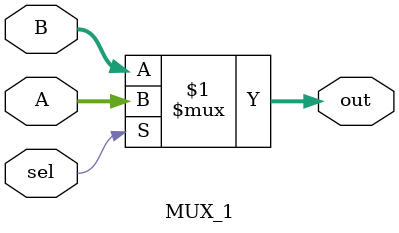
<source format=v>
module MUX_1(input [4:0]A,input [4:0]B,input sel,output [4:0]out);
assign out=sel?A:B;
endmodule
</source>
